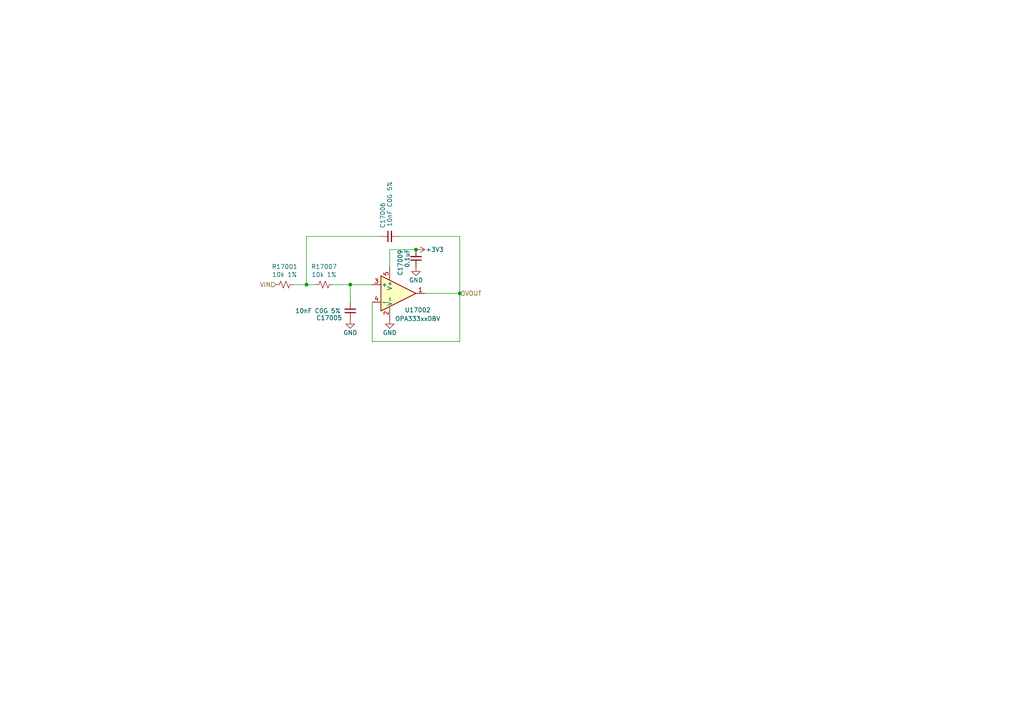
<source format=kicad_sch>
(kicad_sch (version 20231120) (generator "eeschema") (generator_version "8.0")
  (paper "A4")
  (lib_symbols
    (symbol "Amplifier_Operational:OPA333xxDBV" (pin_names (offset 0.127))
      (property "Reference" "U" (at -1.27 6.35 0))
      (property "Value" "OPA333xxDBV" (at -1.27 3.81 0))
      (symbol "OPA333xxDBV_0_1"
        (polyline (pts (xy -5.08 5.08) (xy 5.08 0) (xy -5.08 -5.08) (xy -5.08 5.08)) (stroke (width 0.254)) (fill (type background)))
        (pin power_in line (at -2.54 -7.62 90) (length 3.81) (name "V-") (number "2"))
        (pin power_in line (at -2.54 7.62 270) (length 3.81) (name "V+") (number "5"))
      )
      (symbol "OPA333xxDBV_1_1"
        (pin output line (at 7.62 0 180) (length 2.54) (name "~") (number "1"))
        (pin input line (at -7.62 2.54 0) (length 2.54) (name "+") (number "3"))
        (pin input line (at -7.62 -2.54 0) (length 2.54) (name "-") (number "4"))
      )
    )
    (symbol "Device:C_Small" (pin_numbers hide) (pin_names (offset 0.254) hide)
      (property "Reference" "C" (at 0.254 1.778 0))
      (property "Value" "C_Small" (at 0.254 -2.032 0))
      (symbol "C_Small_0_1"
        (polyline (pts (xy -1.524 -0.508) (xy 1.524 -0.508)) (stroke (width 0.3302)))
        (polyline (pts (xy -1.524 0.508) (xy 1.524 0.508)) (stroke (width 0.3048)))
      )
      (symbol "C_Small_1_1"
        (pin passive line (at 0 2.54 270) (length 2.032) (name "~") (number "1"))
        (pin passive line (at 0 -2.54 90) (length 2.032) (name "~") (number "2"))
      )
    )
    (symbol "Device:R_Small_US" (pin_numbers hide) (pin_names (offset 0.254) hide)
      (property "Reference" "R" (at 0.762 0.508 0))
      (property "Value" "R_Small_US" (at 0.762 -1.016 0))
      (symbol "R_Small_US_1_1"
        (polyline (pts (xy 0 0) (xy 1.016 -0.381) (xy 0 -0.762) (xy -1.016 -1.143) (xy 0 -1.524)))
        (polyline (pts (xy 0 1.524) (xy 1.016 1.143) (xy 0 0.762) (xy -1.016 0.381) (xy 0 0)))
        (pin passive line (at 0 2.54 270) (length 1.016) (name "~") (number "1"))
        (pin passive line (at 0 -2.54 90) (length 1.016) (name "~") (number "2"))
      )
    )
    (symbol "power:+3V3" (power) (pin_numbers hide) (pin_names (offset 0) hide)
      (property "Value" "+3V3" (at 0 3.556 0))
      (symbol "+3V3_0_1"
        (polyline (pts (xy -0.762 1.27) (xy 0 2.54)))
        (polyline (pts (xy 0 0) (xy 0 2.54)))
        (polyline (pts (xy 0 2.54) (xy 0.762 1.27)))
      )
      (symbol "+3V3_1_1"
        (pin power_in line (at 0 0 90) (length 0) (name "~") (number "1"))
      )
    )
    (symbol "power:GND" (power) (pin_names (offset 0))
      (property "Value" "GND" (at 0 -3.81 0))
      (symbol "GND_0_1"
        (polyline (pts (xy 0 0) (xy 0 -1.27) (xy 1.27 -1.27) (xy 0 -2.54) (xy -1.27 -1.27) (xy 0 -1.27)))
      )
      (symbol "GND_1_1"
        (pin power_in line (at 0 0 270) (length 0) hide (name "GND") (number "1"))
      )
    )
  )
  (junction (at 120.65 72.39))
  (junction (at 133.35 85.09))
  (junction (at 101.6 82.55))
  (junction (at 88.9 82.55))
  (wire (pts (xy 88.9 82.55) (xy 91.44 82.55)))
  (wire (pts (xy 123.19 85.09) (xy 133.35 85.09)))
  (wire (pts (xy 107.95 87.63) (xy 107.95 99.06)))
  (wire (pts (xy 85.09 82.55) (xy 88.9 82.55)))
  (wire (pts (xy 133.35 68.58) (xy 133.35 85.09)))
  (wire (pts (xy 115.57 68.58) (xy 133.35 68.58)))
  (wire (pts (xy 113.03 77.47) (xy 113.03 72.39)))
  (wire (pts (xy 96.52 82.55) (xy 101.6 82.55)))
  (wire (pts (xy 101.6 82.55) (xy 101.6 87.63)))
  (wire (pts (xy 107.95 99.06) (xy 133.35 99.06)))
  (wire (pts (xy 101.6 82.55) (xy 107.95 82.55)))
  (wire (pts (xy 88.9 68.58) (xy 88.9 82.55)))
  (wire (pts (xy 110.49 68.58) (xy 88.9 68.58)))
  (wire (pts (xy 133.35 99.06) (xy 133.35 85.09)))
  (wire (pts (xy 113.03 72.39) (xy 120.65 72.39)))
  (hierarchical_label "VOUT" (shape input) (at 133.35 85.09 0))
  (hierarchical_label "VIN" (shape input) (at 80.01 82.55 180))
  (symbol (lib_id "power:+3V3") (at 120.65 72.39 270) (unit 1)
    (property "Reference" "#PWR160" (effects (hide yes)))
    (property "Value" "+3V3" (at 123.444 72.39 90) (effects (justify left)))
    (property "Description" "Power symbol creates a global label with name \"+3V3\"" (effects (hide yes)))
    (instances (project "analog_i" (path "" (reference "#PWR160") (unit 1)) (path "" (reference "#PWR166") (unit 1)) (path "" (reference "#PWR224") (unit 1))) (project "analog_frontend_panel" (path "" (reference "#PWR5003") (unit 1)) (path "" (reference "#PWR8003") (unit 1)) (path "" (reference "#PWR9003") (unit 1))))
  )
  (symbol (lib_id "power:GND") (at 101.6 92.71 0) (unit 1)
    (property "Reference" "#PWR159" (effects (hide yes)))
    (property "Value" "GND" (at 101.6 96.52 0))
    (instances (project "analog_i" (path "" (reference "#PWR159") (unit 1)) (path "" (reference "#PWR165") (unit 1)) (path "" (reference "#PWR223") (unit 1))) (project "analog_frontend_panel" (path "" (reference "#PWR5001") (unit 1)) (path "" (reference "#PWR8001") (unit 1)) (path "" (reference "#PWR9001") (unit 1))))
  )
  (symbol (lib_id "Amplifier_Operational:OPA333xxDBV") (at 115.57 85.09 0) (unit 1)
    (property "Reference" "U17002" (at 121.158 89.916 0))
    (property "Value" "OPA333xxDBV" (at 121.158 92.456 0))
    (property "Footprint" "Package_TO_SOT_SMD:SOT-23-5" (effects (hide yes)))
    (property "Datasheet" "http://www.ti.com/lit/ds/symlink/opa333.pdf" (effects (hide yes)))
    (property "Description" "Single 1.8V, microPower, CMOS Operational Amplifiers, Zero-Drift Series, SOT-23-5" (effects (hide yes)))
    (instances (project "analog_i" (path "" (reference "U17002") (unit 1)) (path "" (reference "U19001") (unit 1)) (path "" (reference "U39001") (unit 1))) (project "analog_frontend_panel" (path "" (reference "U5001") (unit 1)) (path "" (reference "U8001") (unit 1)) (path "" (reference "U9001") (unit 1))))
  )
  (symbol (lib_id "Device:C_Small") (at 113.03 68.58 90) (unit 1)
    (property "Reference" "C17006" (at 110.998 58.674 0) (effects (justify right)))
    (property "Value" "10nF C0G 5%" (at 113.03 52.578 0) (effects (justify right)))
    (property "Footprint" "Capacitor_SMD:C_0402_1005Metric" (effects (hide yes)))
    (property "LCSC" "C3855387" (effects (hide yes)))
    (instances (project "analog_i" (path "" (reference "C17006") (unit 1)) (path "" (reference "C19002") (unit 1)) (path "" (reference "C39002") (unit 1))) (project "analog_frontend_panel" (path "" (reference "C5002") (unit 1)) (path "" (reference "C8002") (unit 1)) (path "" (reference "C9002") (unit 1))))
  )
  (symbol (lib_id "power:GND") (at 120.65 77.47 0) (unit 1)
    (property "Reference" "#PWR161" (effects (hide yes)))
    (property "Value" "GND" (at 120.65 81.28 0))
    (instances (project "analog_i" (path "" (reference "#PWR161") (unit 1)) (path "" (reference "#PWR167") (unit 1)) (path "" (reference "#PWR225") (unit 1))) (project "analog_frontend_panel" (path "" (reference "#PWR5004") (unit 1)) (path "" (reference "#PWR8004") (unit 1)) (path "" (reference "#PWR9004") (unit 1))))
  )
  (symbol (lib_id "power:GND") (at 113.03 92.71 0) (unit 1)
    (property "Reference" "#PWR162" (effects (hide yes)))
    (property "Value" "GND" (at 113.03 96.52 0))
    (instances (project "analog_i" (path "" (reference "#PWR162") (unit 1)) (path "" (reference "#PWR168") (unit 1)) (path "" (reference "#PWR226") (unit 1))) (project "analog_frontend_panel" (path "" (reference "#PWR5002") (unit 1)) (path "" (reference "#PWR8002") (unit 1)) (path "" (reference "#PWR9002") (unit 1))))
  )
  (symbol (lib_id "Device:C_Small") (at 120.65 74.93 180) (unit 1)
    (property "Reference" "C17009" (at 116.078 76.2 90))
    (property "Value" "0.1uF" (at 118.11 74.93 90))
    (property "Footprint" "Capacitor_SMD:C_0402_1005Metric" (effects (hide yes)))
    (instances (project "analog_i" (path "" (reference "C17009") (unit 1)) (path "" (reference "C19003") (unit 1)) (path "" (reference "C39003") (unit 1))) (project "analog_frontend_panel" (path "" (reference "C5003") (unit 1)) (path "" (reference "C8003") (unit 1)) (path "" (reference "C9003") (unit 1))))
  )
  (symbol (lib_id "Device:C_Small") (at 101.6 90.17 180) (unit 1)
    (property "Reference" "C17005" (at 91.694 92.202 0) (effects (justify right)))
    (property "Value" "10nF C0G 5%" (at 85.598 90.17 0) (effects (justify right)))
    (property "Footprint" "Capacitor_SMD:C_0402_1005Metric" (effects (hide yes)))
    (property "LCSC" "C3855387" (effects (hide yes)))
    (instances (project "analog_i" (path "" (reference "C17005") (unit 1)) (path "" (reference "C19001") (unit 1)) (path "" (reference "C39001") (unit 1))) (project "analog_frontend_panel" (path "" (reference "C5001") (unit 1)) (path "" (reference "C8001") (unit 1)) (path "" (reference "C9001") (unit 1))))
  )
  (symbol (lib_id "Device:R_Small_US") (at 82.55 82.55 90) (unit 1)
    (property "Reference" "R17001" (at 82.55 77.343 90))
    (property "Value" "10k 1%" (at 82.55 79.6544 90))
    (property "Footprint" "Resistor_SMD:R_0402_1005Metric" (effects (hide yes)))
    (property "LCSC" "C25744" (effects (hide yes)))
    (instances (project "analog_i" (path "" (reference "R17001") (unit 1)) (path "" (reference "R19001") (unit 1)) (path "" (reference "R39001") (unit 1))) (project "analog_frontend_panel" (path "" (reference "R5001") (unit 1)) (path "" (reference "R8001") (unit 1)) (path "" (reference "R9001") (unit 1))))
  )
  (symbol (lib_id "Device:R_Small_US") (at 93.98 82.55 90) (unit 1)
    (property "Reference" "R17007" (at 93.98 77.343 90))
    (property "Value" "10k 1%" (at 93.98 79.6544 90))
    (property "Footprint" "Resistor_SMD:R_0402_1005Metric" (effects (hide yes)))
    (property "LCSC" "C25744" (effects (hide yes)))
    (instances (project "analog_i" (path "" (reference "R17007") (unit 1)) (path "" (reference "R19002") (unit 1)) (path "" (reference "R39002") (unit 1))) (project "analog_frontend_panel" (path "" (reference "R5002") (unit 1)) (path "" (reference "R8002") (unit 1)) (path "" (reference "R9002") (unit 1))))
  )
)
</source>
